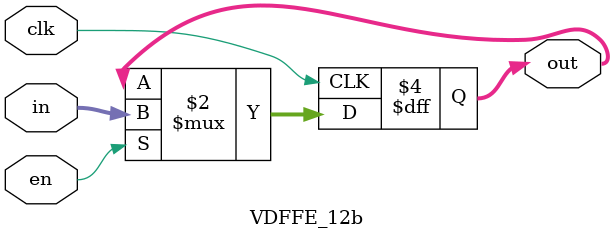
<source format=v>
module fast_slow_clk(clk_s, clk_f, in, out);
input clk_s, clk_f;// clk1 is fast clk2 is slow
input [11:0] in;
output [11:0] out;

wire [11:0] w_reg1_3, w_reg3_2;
wire w1, w_en;
// figures from the lec slides

// data is 12 bits, instantiated in the top module 
VDFF_12b reg1(.clk(clk_f), .in(in), .out(w_reg1_3));

VDFFE_12b reg3(.clk(clk_f), .en(w_en), .in(w_reg1_3), .out(w_reg3_2));// the reg in the middle with enable
VDFF_12b reg2(.clk(clk_s), .in(w_reg3_2), .out(out));

// the registers at the bottom for  creating enable
VDFF1 reg4(.clk(~clk_f), .in(clk_s), .out(w1));
VDFF1 reg5(.clk(~clk_f), .in(w1), .out(w_en));

endmodule

// flip flop
module VDFF1(clk, in, out);
input clk;
input in;
output reg out;

always@(posedge clk)begin
    out <= in;
end
endmodule

// 12 bits
module VDFF_12b(clk, in, out);
input clk;
input [11:0] in;
output reg [11:0] out;

always@(posedge clk)begin
    out <= in;
end

endmodule

// flip flop with enable
module VDFFE1(clk, en, in, out);
input clk, en;
input in;
output reg out;

always@(posedge clk)begin
    if(en)
        out <=in;
end

endmodule
// 12 bits
module VDFFE_12b(clk, en, in, out);
input clk, en;
input [11:0]in;
output reg [11:0] out;

always@(posedge clk)begin
    if(en)
        out <=in;
end

endmodule

</source>
